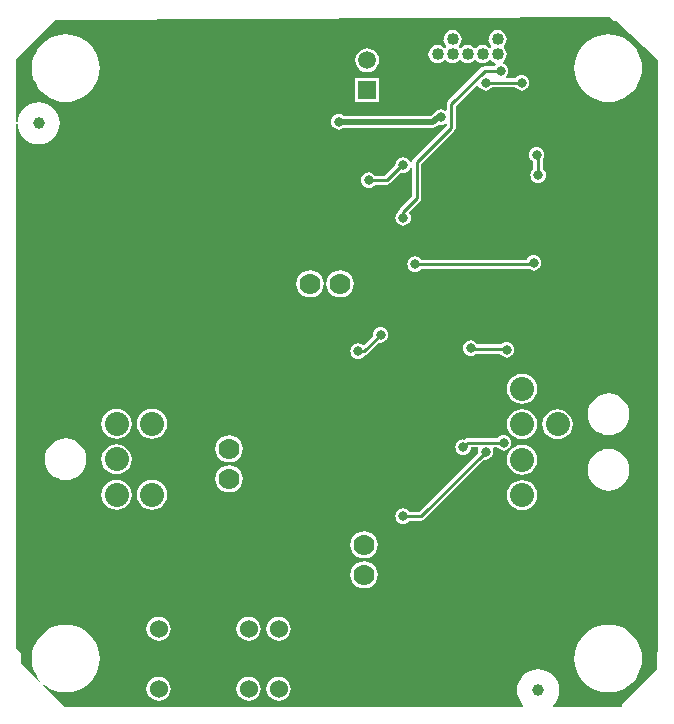
<source format=gbl>
G04*
G04 #@! TF.GenerationSoftware,Altium Limited,Altium Designer,19.0.10 (269)*
G04*
G04 Layer_Physical_Order=2*
G04 Layer_Color=16711680*
%FSLAX25Y25*%
%MOIN*%
G70*
G01*
G75*
%ADD11C,0.01000*%
%ADD57C,0.03937*%
%ADD59C,0.02000*%
%ADD60C,0.07000*%
%ADD61C,0.08000*%
%ADD62C,0.04000*%
%ADD63R,0.05906X0.05906*%
%ADD64C,0.05906*%
%ADD65C,0.06000*%
%ADD66C,0.03150*%
G36*
X572866Y429134D02*
X573500D01*
X587500Y416000D01*
X587500Y219237D01*
X587000Y218737D01*
Y213000D01*
X575500Y201500D01*
Y200500D01*
X552574D01*
X552406Y200971D01*
X552474Y201026D01*
X553348Y202092D01*
X553998Y203308D01*
X554399Y204628D01*
X554534Y206000D01*
X554399Y207372D01*
X553998Y208692D01*
X553348Y209908D01*
X552474Y210974D01*
X551408Y211848D01*
X550192Y212498D01*
X548872Y212899D01*
X547500Y213034D01*
X546128Y212899D01*
X544808Y212498D01*
X543592Y211848D01*
X542526Y210974D01*
X541652Y209908D01*
X541002Y208692D01*
X540601Y207372D01*
X540466Y206000D01*
X540601Y204628D01*
X541002Y203308D01*
X541652Y202092D01*
X542312Y201287D01*
X542526Y201026D01*
X542594Y200971D01*
X542425Y200500D01*
X389500D01*
X382370Y207630D01*
X382709Y207998D01*
X383402Y207406D01*
X384912Y206481D01*
X386548Y205803D01*
X388270Y205390D01*
X390035Y205251D01*
X391801Y205390D01*
X393523Y205803D01*
X395159Y206481D01*
X396669Y207406D01*
X398015Y208556D01*
X399165Y209902D01*
X400090Y211412D01*
X400768Y213048D01*
X401181Y214770D01*
X401320Y216535D01*
X401181Y218301D01*
X400768Y220023D01*
X400090Y221659D01*
X399165Y223168D01*
X398015Y224515D01*
X396669Y225665D01*
X395159Y226590D01*
X393523Y227268D01*
X391801Y227681D01*
X390035Y227820D01*
X388270Y227681D01*
X386548Y227268D01*
X384912Y226590D01*
X383402Y225665D01*
X382056Y224515D01*
X380906Y223168D01*
X379981Y221659D01*
X379303Y220023D01*
X378890Y218301D01*
X378751Y216535D01*
X378890Y214770D01*
X379303Y213048D01*
X379981Y211412D01*
X380906Y209902D01*
X381498Y209209D01*
X381130Y208870D01*
X375000Y215000D01*
Y218366D01*
X373500Y220067D01*
Y394632D01*
X374000Y394656D01*
X374101Y393628D01*
X374501Y392308D01*
X375151Y391092D01*
X376026Y390026D01*
D01*
X377092Y389152D01*
X378308Y388502D01*
X379628Y388101D01*
X381000Y387966D01*
X382372Y388101D01*
X383692Y388502D01*
X384908Y389152D01*
X385974Y390026D01*
X386848Y391092D01*
X387498Y392308D01*
X387899Y393628D01*
X388034Y395000D01*
X387899Y396372D01*
X387498Y397692D01*
X386848Y398908D01*
X385974Y399974D01*
X384908Y400848D01*
X383692Y401499D01*
X382372Y401899D01*
X381000Y402034D01*
X379628Y401899D01*
X378308Y401499D01*
X377092Y400848D01*
X376026Y399974D01*
X375500Y399332D01*
D01*
X375151Y398908D01*
X374501Y397692D01*
X374101Y396372D01*
X374000Y395344D01*
X373500Y395369D01*
Y416533D01*
X375000Y417933D01*
Y418000D01*
X386500Y429500D01*
X390035D01*
X571500Y430500D01*
X572866Y429134D01*
D02*
G37*
%LPC*%
G36*
X534000Y426026D02*
X533217Y425923D01*
X532487Y425621D01*
X531860Y425140D01*
X531380Y424513D01*
X531077Y423783D01*
X530974Y423000D01*
X531077Y422217D01*
X531380Y421487D01*
X531860Y420860D01*
X531885Y420841D01*
X531911Y420297D01*
X531703Y420089D01*
X531159Y420115D01*
X531140Y420140D01*
X530513Y420620D01*
X529783Y420923D01*
X529000Y421026D01*
X528217Y420923D01*
X527487Y420620D01*
X526860Y420140D01*
X526750Y419996D01*
X526250D01*
X526140Y420140D01*
X525513Y420620D01*
X524783Y420923D01*
X524000Y421026D01*
X523217Y420923D01*
X522487Y420620D01*
X521860Y420140D01*
X521750Y419996D01*
X521250D01*
X521140Y420140D01*
X520996Y420250D01*
Y420750D01*
X521140Y420860D01*
X521621Y421487D01*
X521923Y422217D01*
X522026Y423000D01*
X521923Y423783D01*
X521621Y424513D01*
X521140Y425140D01*
X520513Y425621D01*
X519783Y425923D01*
X519000Y426026D01*
X518217Y425923D01*
X517487Y425621D01*
X516860Y425140D01*
X516379Y424513D01*
X516077Y423783D01*
X515974Y423000D01*
X516077Y422217D01*
X516379Y421487D01*
X516860Y420860D01*
X516885Y420841D01*
X516911Y420297D01*
X516703Y420089D01*
X516159Y420115D01*
X516140Y420140D01*
X515513Y420620D01*
X514783Y420923D01*
X514000Y421026D01*
X513217Y420923D01*
X512487Y420620D01*
X511860Y420140D01*
X511379Y419513D01*
X511077Y418783D01*
X510974Y418000D01*
X511077Y417217D01*
X511379Y416487D01*
X511860Y415860D01*
X512487Y415379D01*
X513217Y415077D01*
X514000Y414974D01*
X514783Y415077D01*
X515513Y415379D01*
X516140Y415860D01*
X516250Y416004D01*
X516750D01*
X516860Y415860D01*
X517487Y415379D01*
X518217Y415077D01*
X519000Y414974D01*
X519783Y415077D01*
X520513Y415379D01*
X521140Y415860D01*
X521250Y416004D01*
X521750D01*
X521860Y415860D01*
X522487Y415379D01*
X523217Y415077D01*
X524000Y414974D01*
X524783Y415077D01*
X525513Y415379D01*
X526140Y415860D01*
X526250Y416004D01*
X526750D01*
X526860Y415860D01*
X527487Y415379D01*
X528217Y415077D01*
X529000Y414974D01*
X529783Y415077D01*
X530513Y415379D01*
X531140Y415860D01*
X531250Y416004D01*
X531750D01*
X531860Y415860D01*
X532487Y415379D01*
X533217Y415077D01*
X533294Y415067D01*
X533434Y414544D01*
X533164Y414336D01*
X532928Y414029D01*
X529652D01*
X529066Y413913D01*
X528570Y413581D01*
X517482Y402493D01*
X517150Y401997D01*
X517034Y401411D01*
Y399315D01*
X516534Y399069D01*
X516298Y399249D01*
X515672Y399509D01*
X515000Y399597D01*
X514328Y399509D01*
X513701Y399249D01*
X513164Y398836D01*
X513037Y398671D01*
X513000Y398664D01*
X512338Y398222D01*
X511655Y397539D01*
X482696D01*
X482422Y397749D01*
X481796Y398008D01*
X481124Y398097D01*
X480451Y398008D01*
X479825Y397749D01*
X479287Y397336D01*
X478874Y396798D01*
X478615Y396172D01*
X478527Y395500D01*
X478615Y394828D01*
X478874Y394201D01*
X479287Y393664D01*
X479825Y393251D01*
X480451Y392991D01*
X481124Y392903D01*
X481796Y392991D01*
X482422Y393251D01*
X482696Y393461D01*
X512500D01*
X513280Y393616D01*
X513942Y394058D01*
X514370Y394486D01*
X515000Y394403D01*
X515672Y394492D01*
X516298Y394751D01*
X516534Y394931D01*
X517034Y394685D01*
Y394197D01*
X505919Y383081D01*
X505587Y382585D01*
X505471Y382000D01*
Y381796D01*
X505009Y381672D01*
X504749Y382298D01*
X504336Y382836D01*
X503798Y383249D01*
X503172Y383508D01*
X502500Y383597D01*
X501828Y383508D01*
X501201Y383249D01*
X500664Y382836D01*
X500251Y382298D01*
X499992Y381672D01*
X499913Y381076D01*
X496367Y377529D01*
X493072D01*
X492836Y377836D01*
X492299Y378249D01*
X491672Y378508D01*
X491000Y378597D01*
X490328Y378508D01*
X489702Y378249D01*
X489164Y377836D01*
X488751Y377298D01*
X488491Y376672D01*
X488403Y376000D01*
X488491Y375328D01*
X488751Y374701D01*
X489164Y374164D01*
X489702Y373751D01*
X490328Y373492D01*
X491000Y373403D01*
X491672Y373492D01*
X492299Y373751D01*
X492836Y374164D01*
X493072Y374471D01*
X497000D01*
X497585Y374587D01*
X498081Y374919D01*
X501705Y378542D01*
X501828Y378491D01*
X502500Y378403D01*
X503172Y378491D01*
X503798Y378751D01*
X504336Y379164D01*
X504749Y379701D01*
X505009Y380328D01*
X505471Y380204D01*
Y370634D01*
X501333Y366496D01*
X501001Y366000D01*
X500906Y365523D01*
X500664Y365336D01*
X500251Y364798D01*
X499992Y364172D01*
X499903Y363500D01*
X499992Y362828D01*
X500251Y362201D01*
X500664Y361664D01*
X501201Y361251D01*
X501828Y360992D01*
X502500Y360903D01*
X503172Y360992D01*
X503798Y361251D01*
X504336Y361664D01*
X504749Y362201D01*
X505009Y362828D01*
X505097Y363500D01*
X505009Y364172D01*
X504749Y364798D01*
X504407Y365244D01*
X508081Y368919D01*
X508413Y369415D01*
X508529Y370000D01*
Y381366D01*
X519644Y392482D01*
X519976Y392978D01*
X520092Y393563D01*
Y400778D01*
X527030Y407715D01*
X527596Y407575D01*
X527751Y407201D01*
X528164Y406664D01*
X528701Y406251D01*
X529328Y405992D01*
X530000Y405903D01*
X530672Y405992D01*
X531298Y406251D01*
X531836Y406664D01*
X532072Y406971D01*
X539928D01*
X540164Y406664D01*
X540701Y406251D01*
X541328Y405992D01*
X542000Y405903D01*
X542672Y405992D01*
X543298Y406251D01*
X543836Y406664D01*
X544249Y407201D01*
X544509Y407828D01*
X544597Y408500D01*
X544509Y409172D01*
X544249Y409798D01*
X543836Y410336D01*
X543298Y410749D01*
X542672Y411009D01*
X542000Y411097D01*
X541328Y411009D01*
X540701Y410749D01*
X540164Y410336D01*
X539928Y410029D01*
X536831D01*
X536661Y410529D01*
X536836Y410664D01*
X537249Y411201D01*
X537508Y411828D01*
X537597Y412500D01*
X537508Y413172D01*
X537249Y413799D01*
X536836Y414336D01*
X536299Y414749D01*
X535767Y414969D01*
X535679Y415294D01*
X535685Y415511D01*
X536140Y415860D01*
X536621Y416487D01*
X536923Y417217D01*
X537026Y418000D01*
X536923Y418783D01*
X536621Y419513D01*
X536140Y420140D01*
X535996Y420250D01*
Y420750D01*
X536140Y420860D01*
X536621Y421487D01*
X536923Y422217D01*
X537026Y423000D01*
X536923Y423783D01*
X536621Y424513D01*
X536140Y425140D01*
X535513Y425621D01*
X534783Y425923D01*
X534000Y426026D01*
D02*
G37*
G36*
X490500Y419987D02*
X489468Y419851D01*
X488507Y419453D01*
X487681Y418819D01*
X487047Y417993D01*
X486649Y417032D01*
X486513Y416000D01*
X486649Y414968D01*
X487047Y414007D01*
X487681Y413181D01*
X488507Y412547D01*
X489468Y412149D01*
X490500Y412013D01*
X491532Y412149D01*
X492493Y412547D01*
X493319Y413181D01*
X493953Y414007D01*
X494351Y414968D01*
X494487Y416000D01*
X494351Y417032D01*
X493953Y417993D01*
X493319Y418819D01*
X492493Y419453D01*
X491532Y419851D01*
X490500Y419987D01*
D02*
G37*
G36*
X570866Y424671D02*
X569101Y424532D01*
X567379Y424118D01*
X565743Y423441D01*
X564233Y422515D01*
X562887Y421365D01*
X561736Y420019D01*
X560811Y418509D01*
X560134Y416873D01*
X559720Y415151D01*
X559581Y413386D01*
X559720Y411621D01*
X560134Y409899D01*
X560811Y408263D01*
X561736Y406753D01*
X562887Y405406D01*
X564233Y404256D01*
X565743Y403331D01*
X567379Y402653D01*
X569101Y402240D01*
X570866Y402101D01*
X572632Y402240D01*
X574353Y402653D01*
X575989Y403331D01*
X577499Y404256D01*
X578846Y405406D01*
X579996Y406753D01*
X580921Y408263D01*
X581599Y409899D01*
X582012Y411621D01*
X582151Y413386D01*
X582012Y415151D01*
X581599Y416873D01*
X580921Y418509D01*
X579996Y420019D01*
X578846Y421365D01*
X577499Y422515D01*
X575989Y423441D01*
X574353Y424118D01*
X572632Y424532D01*
X570866Y424671D01*
D02*
G37*
G36*
X390035D02*
X388270Y424532D01*
X386548Y424118D01*
X384912Y423441D01*
X383402Y422515D01*
X382056Y421365D01*
X380906Y420019D01*
X379981Y418509D01*
X379303Y416873D01*
X378890Y415151D01*
X378751Y413386D01*
X378890Y411621D01*
X379303Y409899D01*
X379981Y408263D01*
X380906Y406753D01*
X382056Y405406D01*
X383402Y404256D01*
X384912Y403331D01*
X386548Y402653D01*
X388270Y402240D01*
X390035Y402101D01*
X391801Y402240D01*
X393523Y402653D01*
X395159Y403331D01*
X396669Y404256D01*
X398015Y405406D01*
X399165Y406753D01*
X400090Y408263D01*
X400768Y409899D01*
X401181Y411621D01*
X401320Y413386D01*
X401181Y415151D01*
X400768Y416873D01*
X400090Y418509D01*
X399165Y420019D01*
X398015Y421365D01*
X396669Y422515D01*
X395159Y423441D01*
X393523Y424118D01*
X391801Y424532D01*
X390035Y424671D01*
D02*
G37*
G36*
X494453Y409953D02*
X486547D01*
Y402047D01*
X494453D01*
Y409953D01*
D02*
G37*
G36*
X547000Y387097D02*
X546328Y387009D01*
X545702Y386749D01*
X545164Y386336D01*
X544751Y385799D01*
X544491Y385172D01*
X544403Y384500D01*
X544491Y383828D01*
X544751Y383202D01*
X545164Y382664D01*
X545702Y382251D01*
X545971Y382139D01*
Y379696D01*
X545664Y379460D01*
X545251Y378922D01*
X544991Y378296D01*
X544903Y377624D01*
X544991Y376952D01*
X545251Y376325D01*
X545664Y375787D01*
X546202Y375375D01*
X546828Y375115D01*
X547500Y375027D01*
X548172Y375115D01*
X548799Y375375D01*
X549336Y375787D01*
X549749Y376325D01*
X550008Y376952D01*
X550097Y377624D01*
X550008Y378296D01*
X549749Y378922D01*
X549336Y379460D01*
X549029Y379696D01*
Y382915D01*
X549249Y383202D01*
X549508Y383828D01*
X549597Y384500D01*
X549508Y385172D01*
X549249Y385799D01*
X548836Y386336D01*
X548299Y386749D01*
X547672Y387009D01*
X547000Y387097D01*
D02*
G37*
G36*
X546000Y351097D02*
X545328Y351009D01*
X544701Y350749D01*
X544164Y350336D01*
X543751Y349798D01*
X543639Y349529D01*
X508572D01*
X508336Y349836D01*
X507798Y350249D01*
X507172Y350508D01*
X506500Y350597D01*
X505828Y350508D01*
X505201Y350249D01*
X504664Y349836D01*
X504251Y349299D01*
X503992Y348672D01*
X503903Y348000D01*
X503992Y347328D01*
X504251Y346702D01*
X504664Y346164D01*
X505201Y345751D01*
X505828Y345492D01*
X506500Y345403D01*
X507172Y345492D01*
X507798Y345751D01*
X508336Y346164D01*
X508572Y346471D01*
X544415D01*
X544701Y346251D01*
X545328Y345991D01*
X546000Y345903D01*
X546672Y345991D01*
X547298Y346251D01*
X547836Y346664D01*
X548249Y347201D01*
X548509Y347828D01*
X548597Y348500D01*
X548509Y349172D01*
X548249Y349798D01*
X547836Y350336D01*
X547298Y350749D01*
X546672Y351009D01*
X546000Y351097D01*
D02*
G37*
G36*
X481500Y346039D02*
X480325Y345884D01*
X479231Y345431D01*
X478291Y344709D01*
X477569Y343769D01*
X477116Y342675D01*
X476961Y341500D01*
X477116Y340325D01*
X477569Y339231D01*
X478291Y338291D01*
X479231Y337569D01*
X480325Y337116D01*
X481500Y336961D01*
X482675Y337116D01*
X483769Y337569D01*
X484709Y338291D01*
X485431Y339231D01*
X485884Y340325D01*
X486039Y341500D01*
X485884Y342675D01*
X485431Y343769D01*
X484709Y344709D01*
X483769Y345431D01*
X482675Y345884D01*
X481500Y346039D01*
D02*
G37*
G36*
X471500D02*
X470325Y345884D01*
X469231Y345431D01*
X468291Y344709D01*
X467569Y343769D01*
X467116Y342675D01*
X466961Y341500D01*
X467116Y340325D01*
X467569Y339231D01*
X468291Y338291D01*
X469231Y337569D01*
X470325Y337116D01*
X471500Y336961D01*
X472675Y337116D01*
X473769Y337569D01*
X474709Y338291D01*
X475431Y339231D01*
X475884Y340325D01*
X476039Y341500D01*
X475884Y342675D01*
X475431Y343769D01*
X474709Y344709D01*
X473769Y345431D01*
X472675Y345884D01*
X471500Y346039D01*
D02*
G37*
G36*
X495000Y327097D02*
X494328Y327009D01*
X493702Y326749D01*
X493164Y326336D01*
X492751Y325799D01*
X492491Y325172D01*
X492403Y324500D01*
X492453Y324116D01*
X489244Y320907D01*
X488799Y321249D01*
X488172Y321509D01*
X487500Y321597D01*
X486828Y321509D01*
X486201Y321249D01*
X485664Y320836D01*
X485251Y320299D01*
X484991Y319672D01*
X484903Y319000D01*
X484991Y318328D01*
X485251Y317702D01*
X485664Y317164D01*
X486201Y316751D01*
X486828Y316492D01*
X487500Y316403D01*
X488172Y316492D01*
X488799Y316751D01*
X489336Y317164D01*
X489585Y317488D01*
X490085Y317587D01*
X490582Y317919D01*
X494616Y321954D01*
X495000Y321903D01*
X495672Y321991D01*
X496299Y322251D01*
X496836Y322664D01*
X497249Y323201D01*
X497508Y323828D01*
X497597Y324500D01*
X497508Y325172D01*
X497249Y325799D01*
X496836Y326336D01*
X496299Y326749D01*
X495672Y327009D01*
X495000Y327097D01*
D02*
G37*
G36*
X525000Y322597D02*
X524328Y322509D01*
X523701Y322249D01*
X523164Y321836D01*
X522751Y321299D01*
X522492Y320672D01*
X522403Y320000D01*
X522492Y319328D01*
X522751Y318702D01*
X523164Y318164D01*
X523701Y317751D01*
X524328Y317492D01*
X525000Y317403D01*
X525672Y317492D01*
X526299Y317751D01*
X526836Y318164D01*
X526880Y318221D01*
X534743D01*
X534751Y318201D01*
X535164Y317664D01*
X535702Y317251D01*
X536328Y316991D01*
X537000Y316903D01*
X537672Y316991D01*
X538299Y317251D01*
X538836Y317664D01*
X539249Y318201D01*
X539508Y318828D01*
X539597Y319500D01*
X539508Y320172D01*
X539249Y320798D01*
X538836Y321336D01*
X538299Y321749D01*
X537672Y322008D01*
X537000Y322097D01*
X536328Y322008D01*
X535702Y321749D01*
X535164Y321336D01*
X535120Y321279D01*
X527257D01*
X527249Y321299D01*
X526836Y321836D01*
X526299Y322249D01*
X525672Y322509D01*
X525000Y322597D01*
D02*
G37*
G36*
X542181Y311508D02*
X540876Y311336D01*
X539660Y310832D01*
X538615Y310031D01*
X537814Y308986D01*
X537310Y307770D01*
X537138Y306465D01*
X537310Y305159D01*
X537814Y303943D01*
X538615Y302899D01*
X539660Y302097D01*
X540876Y301593D01*
X542181Y301421D01*
X543486Y301593D01*
X544703Y302097D01*
X545747Y302899D01*
X546549Y303943D01*
X547052Y305159D01*
X547224Y306465D01*
X547052Y307770D01*
X546549Y308986D01*
X545747Y310031D01*
X544703Y310832D01*
X543486Y311336D01*
X542181Y311508D01*
D02*
G37*
G36*
X571000Y304939D02*
X569646Y304806D01*
X568345Y304411D01*
X567145Y303769D01*
X566093Y302907D01*
X565231Y301855D01*
X564589Y300655D01*
X564194Y299354D01*
X564061Y298000D01*
X564194Y296646D01*
X564589Y295345D01*
X565231Y294145D01*
X566093Y293093D01*
X567145Y292231D01*
X568345Y291589D01*
X569646Y291194D01*
X571000Y291061D01*
X572354Y291194D01*
X573655Y291589D01*
X574855Y292231D01*
X575907Y293093D01*
X576769Y294145D01*
X577411Y295345D01*
X577806Y296646D01*
X577939Y298000D01*
X577806Y299354D01*
X577411Y300655D01*
X576769Y301855D01*
X575907Y302907D01*
X574855Y303769D01*
X573655Y304411D01*
X572354Y304806D01*
X571000Y304939D01*
D02*
G37*
G36*
X418819Y299854D02*
X417514Y299682D01*
X416297Y299179D01*
X415253Y298377D01*
X414451Y297333D01*
X413948Y296116D01*
X413776Y294811D01*
X413948Y293506D01*
X414451Y292289D01*
X415253Y291245D01*
X416297Y290443D01*
X417514Y289940D01*
X418819Y289768D01*
X420124Y289940D01*
X421341Y290443D01*
X422385Y291245D01*
X423186Y292289D01*
X423690Y293506D01*
X423862Y294811D01*
X423690Y296116D01*
X423186Y297333D01*
X422385Y298377D01*
X421341Y299179D01*
X420124Y299682D01*
X418819Y299854D01*
D02*
G37*
G36*
X407000D02*
X405695Y299682D01*
X404478Y299179D01*
X403434Y298377D01*
X402633Y297333D01*
X402129Y296116D01*
X401957Y294811D01*
X402129Y293506D01*
X402633Y292289D01*
X403434Y291245D01*
X404478Y290443D01*
X405695Y289940D01*
X407000Y289768D01*
X408305Y289940D01*
X409522Y290443D01*
X410566Y291245D01*
X411368Y292289D01*
X411871Y293506D01*
X412043Y294811D01*
X411871Y296116D01*
X411368Y297333D01*
X410566Y298377D01*
X409522Y299179D01*
X408305Y299682D01*
X407000Y299854D01*
D02*
G37*
G36*
X554000Y299697D02*
X552695Y299525D01*
X551478Y299021D01*
X550434Y298220D01*
X549633Y297175D01*
X549129Y295959D01*
X548957Y294654D01*
X549129Y293348D01*
X549633Y292132D01*
X550434Y291088D01*
X551478Y290286D01*
X552695Y289782D01*
X554000Y289610D01*
X555305Y289782D01*
X556522Y290286D01*
X557566Y291088D01*
X558367Y292132D01*
X558871Y293348D01*
X559043Y294654D01*
X558871Y295959D01*
X558367Y297175D01*
X557566Y298220D01*
X556522Y299021D01*
X555305Y299525D01*
X554000Y299697D01*
D02*
G37*
G36*
X542181D02*
X540876Y299525D01*
X539660Y299021D01*
X538615Y298220D01*
X537814Y297175D01*
X537310Y295959D01*
X537138Y294654D01*
X537310Y293348D01*
X537814Y292132D01*
X538615Y291088D01*
X539660Y290286D01*
X540876Y289782D01*
X542181Y289610D01*
X543486Y289782D01*
X544703Y290286D01*
X545747Y291088D01*
X546549Y292132D01*
X547052Y293348D01*
X547224Y294654D01*
X547052Y295959D01*
X546549Y297175D01*
X545747Y298220D01*
X544703Y299021D01*
X543486Y299525D01*
X542181Y299697D01*
D02*
G37*
G36*
X536000Y291097D02*
X535328Y291008D01*
X534701Y290749D01*
X534164Y290336D01*
X533986Y290104D01*
X524075D01*
X523490Y289988D01*
X522993Y289656D01*
X522884Y289546D01*
X522500Y289597D01*
X521828Y289509D01*
X521202Y289249D01*
X520664Y288836D01*
X520251Y288299D01*
X519991Y287672D01*
X519903Y287000D01*
X519991Y286328D01*
X520251Y285701D01*
X520664Y285164D01*
X521202Y284751D01*
X521828Y284491D01*
X522500Y284403D01*
X523172Y284491D01*
X523799Y284751D01*
X524336Y285164D01*
X524749Y285701D01*
X525008Y286328D01*
X525097Y287000D01*
X525137Y287045D01*
X527345D01*
X527646Y286545D01*
X527492Y286172D01*
X527403Y285500D01*
X527454Y285116D01*
X507866Y265529D01*
X504572D01*
X504336Y265836D01*
X503798Y266249D01*
X503172Y266509D01*
X502500Y266597D01*
X501828Y266509D01*
X501201Y266249D01*
X500664Y265836D01*
X500251Y265299D01*
X499992Y264672D01*
X499903Y264000D01*
X499992Y263328D01*
X500251Y262702D01*
X500664Y262164D01*
X501201Y261751D01*
X501828Y261491D01*
X502500Y261403D01*
X503172Y261491D01*
X503798Y261751D01*
X504336Y262164D01*
X504572Y262471D01*
X508500D01*
X509085Y262587D01*
X509581Y262919D01*
X529616Y282954D01*
X530000Y282903D01*
X530672Y282992D01*
X531298Y283251D01*
X531836Y283664D01*
X532249Y284202D01*
X532509Y284828D01*
X532597Y285500D01*
X532509Y286172D01*
X532354Y286545D01*
X532655Y287045D01*
X533871D01*
X534164Y286664D01*
X534701Y286251D01*
X535328Y285992D01*
X536000Y285903D01*
X536672Y285992D01*
X537298Y286251D01*
X537836Y286664D01*
X538249Y287201D01*
X538509Y287828D01*
X538597Y288500D01*
X538509Y289172D01*
X538249Y289798D01*
X537836Y290336D01*
X537298Y290749D01*
X536672Y291008D01*
X536000Y291097D01*
D02*
G37*
G36*
X444500Y291039D02*
X443325Y290884D01*
X442231Y290431D01*
X441291Y289709D01*
X440569Y288769D01*
X440116Y287675D01*
X439961Y286500D01*
X440116Y285325D01*
X440569Y284231D01*
X441291Y283291D01*
X442231Y282569D01*
X443325Y282116D01*
X444500Y281961D01*
X445675Y282116D01*
X446769Y282569D01*
X447709Y283291D01*
X448431Y284231D01*
X448884Y285325D01*
X449039Y286500D01*
X448884Y287675D01*
X448431Y288769D01*
X447709Y289709D01*
X446769Y290431D01*
X445675Y290884D01*
X444500Y291039D01*
D02*
G37*
G36*
X407000Y288043D02*
X405695Y287871D01*
X404478Y287368D01*
X403434Y286566D01*
X402633Y285522D01*
X402129Y284305D01*
X401957Y283000D01*
X402129Y281695D01*
X402633Y280478D01*
X403434Y279434D01*
X404478Y278632D01*
X405695Y278129D01*
X407000Y277957D01*
X408305Y278129D01*
X409522Y278632D01*
X410566Y279434D01*
X411368Y280478D01*
X411871Y281695D01*
X412043Y283000D01*
X411871Y284305D01*
X411368Y285522D01*
X410566Y286566D01*
X409522Y287368D01*
X408305Y287871D01*
X407000Y288043D01*
D02*
G37*
G36*
X542181Y287886D02*
X540876Y287714D01*
X539660Y287210D01*
X538615Y286409D01*
X537814Y285364D01*
X537310Y284148D01*
X537138Y282842D01*
X537310Y281537D01*
X537814Y280321D01*
X538615Y279276D01*
X539660Y278475D01*
X540876Y277971D01*
X542181Y277799D01*
X543486Y277971D01*
X544703Y278475D01*
X545747Y279276D01*
X546549Y280321D01*
X547052Y281537D01*
X547224Y282842D01*
X547052Y284148D01*
X546549Y285364D01*
X545747Y286409D01*
X544703Y287210D01*
X543486Y287714D01*
X542181Y287886D01*
D02*
G37*
G36*
X390000Y289939D02*
X388646Y289806D01*
X387345Y289411D01*
X386145Y288770D01*
X385093Y287907D01*
X384230Y286855D01*
X383589Y285655D01*
X383194Y284354D01*
X383061Y283000D01*
X383194Y281646D01*
X383589Y280345D01*
X384230Y279145D01*
X385093Y278093D01*
X386145Y277231D01*
X387345Y276589D01*
X388646Y276194D01*
X390000Y276061D01*
X391354Y276194D01*
X392655Y276589D01*
X393855Y277231D01*
X394907Y278093D01*
X395770Y279145D01*
X396411Y280345D01*
X396806Y281646D01*
X396939Y283000D01*
X396806Y284354D01*
X396411Y285655D01*
X395770Y286855D01*
X394907Y287907D01*
X393855Y288770D01*
X392655Y289411D01*
X391354Y289806D01*
X390000Y289939D01*
D02*
G37*
G36*
X571000Y286435D02*
X569646Y286302D01*
X568345Y285907D01*
X567145Y285266D01*
X566093Y284403D01*
X565231Y283351D01*
X564589Y282152D01*
X564194Y280850D01*
X564061Y279496D01*
X564194Y278142D01*
X564589Y276841D01*
X565231Y275641D01*
X566093Y274589D01*
X567145Y273727D01*
X568345Y273085D01*
X569646Y272691D01*
X571000Y272557D01*
X572354Y272691D01*
X573655Y273085D01*
X574855Y273727D01*
X575907Y274589D01*
X576769Y275641D01*
X577411Y276841D01*
X577806Y278142D01*
X577939Y279496D01*
X577806Y280850D01*
X577411Y282152D01*
X576769Y283351D01*
X575907Y284403D01*
X574855Y285266D01*
X573655Y285907D01*
X572354Y286302D01*
X571000Y286435D01*
D02*
G37*
G36*
X444500Y281039D02*
X443325Y280884D01*
X442231Y280431D01*
X441291Y279709D01*
X440569Y278769D01*
X440116Y277675D01*
X439961Y276500D01*
X440116Y275325D01*
X440569Y274231D01*
X441291Y273291D01*
X442231Y272569D01*
X443325Y272116D01*
X444500Y271961D01*
X445675Y272116D01*
X446769Y272569D01*
X447709Y273291D01*
X448431Y274231D01*
X448884Y275325D01*
X449039Y276500D01*
X448884Y277675D01*
X448431Y278769D01*
X447709Y279709D01*
X446769Y280431D01*
X445675Y280884D01*
X444500Y281039D01*
D02*
G37*
G36*
X418819Y276232D02*
X417514Y276060D01*
X416297Y275556D01*
X415253Y274755D01*
X414451Y273711D01*
X413948Y272494D01*
X413776Y271189D01*
X413948Y269884D01*
X414451Y268667D01*
X415253Y267623D01*
X416297Y266822D01*
X417514Y266318D01*
X418819Y266146D01*
X420124Y266318D01*
X421341Y266822D01*
X422385Y267623D01*
X423186Y268667D01*
X423690Y269884D01*
X423862Y271189D01*
X423690Y272494D01*
X423186Y273711D01*
X422385Y274755D01*
X421341Y275556D01*
X420124Y276060D01*
X418819Y276232D01*
D02*
G37*
G36*
X407000D02*
X405695Y276060D01*
X404478Y275556D01*
X403434Y274755D01*
X402633Y273711D01*
X402129Y272494D01*
X401957Y271189D01*
X402129Y269884D01*
X402633Y268667D01*
X403434Y267623D01*
X404478Y266822D01*
X405695Y266318D01*
X407000Y266146D01*
X408305Y266318D01*
X409522Y266822D01*
X410566Y267623D01*
X411368Y268667D01*
X411871Y269884D01*
X412043Y271189D01*
X411871Y272494D01*
X411368Y273711D01*
X410566Y274755D01*
X409522Y275556D01*
X408305Y276060D01*
X407000Y276232D01*
D02*
G37*
G36*
X542181Y276075D02*
X540876Y275903D01*
X539660Y275399D01*
X538615Y274598D01*
X537814Y273553D01*
X537310Y272337D01*
X537138Y271031D01*
X537310Y269726D01*
X537814Y268510D01*
X538615Y267465D01*
X539660Y266664D01*
X540876Y266160D01*
X542181Y265988D01*
X543486Y266160D01*
X544703Y266664D01*
X545747Y267465D01*
X546549Y268510D01*
X547052Y269726D01*
X547224Y271031D01*
X547052Y272337D01*
X546549Y273553D01*
X545747Y274598D01*
X544703Y275399D01*
X543486Y275903D01*
X542181Y276075D01*
D02*
G37*
G36*
X489500Y259039D02*
X488325Y258884D01*
X487231Y258431D01*
X486291Y257709D01*
X485569Y256769D01*
X485116Y255675D01*
X484961Y254500D01*
X485116Y253325D01*
X485569Y252231D01*
X486291Y251291D01*
X487231Y250569D01*
X488325Y250116D01*
X489500Y249961D01*
X490675Y250116D01*
X491769Y250569D01*
X492709Y251291D01*
X493431Y252231D01*
X493884Y253325D01*
X494039Y254500D01*
X493884Y255675D01*
X493431Y256769D01*
X492709Y257709D01*
X491769Y258431D01*
X490675Y258884D01*
X489500Y259039D01*
D02*
G37*
G36*
Y249039D02*
X488325Y248884D01*
X487231Y248431D01*
X486291Y247709D01*
X485569Y246769D01*
X485116Y245675D01*
X484961Y244500D01*
X485116Y243325D01*
X485569Y242231D01*
X486291Y241291D01*
X487231Y240569D01*
X488325Y240116D01*
X489500Y239961D01*
X490675Y240116D01*
X491769Y240569D01*
X492709Y241291D01*
X493431Y242231D01*
X493884Y243325D01*
X494039Y244500D01*
X493884Y245675D01*
X493431Y246769D01*
X492709Y247709D01*
X491769Y248431D01*
X490675Y248884D01*
X489500Y249039D01*
D02*
G37*
G36*
X461000Y230535D02*
X459956Y230397D01*
X458983Y229994D01*
X458147Y229353D01*
X457506Y228517D01*
X457103Y227544D01*
X456965Y226500D01*
X457103Y225456D01*
X457506Y224483D01*
X458147Y223647D01*
X458983Y223006D01*
X459956Y222603D01*
X461000Y222465D01*
X462044Y222603D01*
X463017Y223006D01*
X463853Y223647D01*
X464494Y224483D01*
X464897Y225456D01*
X465034Y226500D01*
X464897Y227544D01*
X464494Y228517D01*
X463853Y229353D01*
X463017Y229994D01*
X462044Y230397D01*
X461000Y230535D01*
D02*
G37*
G36*
X451000D02*
X449956Y230397D01*
X448983Y229994D01*
X448147Y229353D01*
X447506Y228517D01*
X447103Y227544D01*
X446966Y226500D01*
X447103Y225456D01*
X447506Y224483D01*
X448147Y223647D01*
X448983Y223006D01*
X449956Y222603D01*
X451000Y222465D01*
X452044Y222603D01*
X453017Y223006D01*
X453853Y223647D01*
X454494Y224483D01*
X454897Y225456D01*
X455034Y226500D01*
X454897Y227544D01*
X454494Y228517D01*
X453853Y229353D01*
X453017Y229994D01*
X452044Y230397D01*
X451000Y230535D01*
D02*
G37*
G36*
X421000D02*
X419956Y230397D01*
X418983Y229994D01*
X418147Y229353D01*
X417506Y228517D01*
X417103Y227544D01*
X416965Y226500D01*
X417103Y225456D01*
X417506Y224483D01*
X418147Y223647D01*
X418983Y223006D01*
X419956Y222603D01*
X421000Y222465D01*
X422044Y222603D01*
X423017Y223006D01*
X423853Y223647D01*
X424494Y224483D01*
X424897Y225456D01*
X425035Y226500D01*
X424897Y227544D01*
X424494Y228517D01*
X423853Y229353D01*
X423017Y229994D01*
X422044Y230397D01*
X421000Y230535D01*
D02*
G37*
G36*
X570866Y227820D02*
X569101Y227681D01*
X567379Y227268D01*
X565743Y226590D01*
X564233Y225665D01*
X562887Y224515D01*
X561736Y223168D01*
X560811Y221659D01*
X560134Y220023D01*
X559720Y218301D01*
X559581Y216535D01*
X559720Y214770D01*
X560134Y213048D01*
X560811Y211412D01*
X561736Y209902D01*
X562887Y208556D01*
X564233Y207406D01*
X565743Y206481D01*
X567379Y205803D01*
X569101Y205390D01*
X570866Y205251D01*
X572632Y205390D01*
X573080Y205497D01*
X574353Y205803D01*
X575989Y206481D01*
X577499Y207406D01*
X578846Y208556D01*
X579996Y209902D01*
X580921Y211412D01*
X581599Y213048D01*
X582012Y214770D01*
X582151Y216535D01*
X582012Y218301D01*
X581599Y220023D01*
X580921Y221659D01*
X579996Y223168D01*
X578846Y224515D01*
X577499Y225665D01*
X575989Y226590D01*
X574353Y227268D01*
X572632Y227681D01*
X570866Y227820D01*
D02*
G37*
G36*
X461000Y210535D02*
X459956Y210397D01*
X458983Y209994D01*
X458147Y209353D01*
X457506Y208517D01*
X457103Y207544D01*
X456965Y206500D01*
X457103Y205456D01*
X457506Y204483D01*
X458147Y203647D01*
X458983Y203006D01*
X459956Y202603D01*
X461000Y202466D01*
X462044Y202603D01*
X463017Y203006D01*
X463853Y203647D01*
X464494Y204483D01*
X464897Y205456D01*
X465034Y206500D01*
X464897Y207544D01*
X464494Y208517D01*
X463853Y209353D01*
X463017Y209994D01*
X462044Y210397D01*
X461000Y210535D01*
D02*
G37*
G36*
X451000D02*
X449956Y210397D01*
X448983Y209994D01*
X448147Y209353D01*
X447506Y208517D01*
X447103Y207544D01*
X446966Y206500D01*
X447103Y205456D01*
X447506Y204483D01*
X448147Y203647D01*
X448983Y203006D01*
X449956Y202603D01*
X451000Y202466D01*
X452044Y202603D01*
X453017Y203006D01*
X453853Y203647D01*
X454494Y204483D01*
X454897Y205456D01*
X455034Y206500D01*
X454897Y207544D01*
X454494Y208517D01*
X453853Y209353D01*
X453017Y209994D01*
X452044Y210397D01*
X451000Y210535D01*
D02*
G37*
G36*
X421000D02*
X419956Y210397D01*
X418983Y209994D01*
X418147Y209353D01*
X417506Y208517D01*
X417103Y207544D01*
X416965Y206500D01*
X417103Y205456D01*
X417506Y204483D01*
X418147Y203647D01*
X418983Y203006D01*
X419956Y202603D01*
X421000Y202466D01*
X422044Y202603D01*
X423017Y203006D01*
X423853Y203647D01*
X424494Y204483D01*
X424897Y205456D01*
X425035Y206500D01*
X424897Y207544D01*
X424494Y208517D01*
X423853Y209353D01*
X423017Y209994D01*
X422044Y210397D01*
X421000Y210535D01*
D02*
G37*
%LPD*%
D11*
X529652Y412500D02*
X535000D01*
X518563Y401411D02*
X529652Y412500D01*
X547500Y377624D02*
Y384000D01*
X547000Y384500D02*
X547500Y384000D01*
X545500Y348000D02*
X546000Y348500D01*
X506500Y348000D02*
X545500D01*
X524075Y288575D02*
X535925D01*
X522500Y287000D02*
X524075Y288575D01*
X535925D02*
X536000Y288500D01*
X508500Y264000D02*
X530000Y285500D01*
X502500Y264000D02*
X508500D01*
X502414Y363586D02*
Y365414D01*
Y363586D02*
X502500Y363500D01*
X502414Y365414D02*
X507000Y370000D01*
Y382000D01*
X518563Y393563D01*
Y401411D01*
X491000Y376000D02*
X497000D01*
X502000Y381000D01*
X502500D01*
X530000Y408500D02*
X542000D01*
X536750Y319750D02*
X537000Y319500D01*
X525250Y319750D02*
X536750D01*
X525000Y320000D02*
X525250Y319750D01*
X489500Y319000D02*
X495000Y324500D01*
X487500Y319000D02*
X489500D01*
D57*
X547500Y206000D02*
D03*
X381000Y395000D02*
D03*
D59*
X512500Y395500D02*
X513780Y396780D01*
X514780D01*
X515000Y397000D01*
X481124Y395500D02*
X512500D01*
D60*
X481500Y341500D02*
D03*
X471500D02*
D03*
X444500Y276500D02*
D03*
Y286500D02*
D03*
X489500Y244500D02*
D03*
Y254500D02*
D03*
D61*
X542181Y271031D02*
D03*
X554000D02*
D03*
X542181Y306465D02*
D03*
X554000D02*
D03*
Y294654D02*
D03*
Y282842D02*
D03*
X542181Y294654D02*
D03*
Y282842D02*
D03*
X407000Y294811D02*
D03*
X418819D02*
D03*
Y283000D02*
D03*
Y271189D02*
D03*
X407000Y283000D02*
D03*
Y271189D02*
D03*
D62*
X524000Y418000D02*
D03*
Y423000D02*
D03*
X529000D02*
D03*
Y418000D02*
D03*
X534000D02*
D03*
Y423000D02*
D03*
X519000D02*
D03*
Y418000D02*
D03*
X514000D02*
D03*
Y423000D02*
D03*
D63*
X490500Y406000D02*
D03*
D64*
Y416000D02*
D03*
Y426000D02*
D03*
D65*
X421000Y226500D02*
D03*
Y206500D02*
D03*
X451000Y226500D02*
D03*
Y206500D02*
D03*
X461000Y226500D02*
D03*
Y206500D02*
D03*
D66*
X535000Y412500D02*
D03*
X547500Y377624D02*
D03*
X552500D02*
D03*
X546000Y348500D02*
D03*
X536000Y288500D02*
D03*
X517000Y249500D02*
D03*
X554500Y321500D02*
D03*
X509000Y271000D02*
D03*
X516000Y286500D02*
D03*
X502500Y264000D02*
D03*
Y363500D02*
D03*
X515000Y397000D02*
D03*
X481124Y395500D02*
D03*
X542000Y408500D02*
D03*
X530000D02*
D03*
X502500Y381000D02*
D03*
X491000Y376000D02*
D03*
X547000Y384500D02*
D03*
X506500Y348000D02*
D03*
X525000Y320000D02*
D03*
X487500Y319000D02*
D03*
X495000Y324500D02*
D03*
X547500Y367000D02*
D03*
X522500Y287000D02*
D03*
X521000Y390500D02*
D03*
X537000Y319500D02*
D03*
X530000Y285500D02*
D03*
X535000Y328500D02*
D03*
X462500Y361000D02*
D03*
X459000Y365500D02*
D03*
Y357500D02*
D03*
X462500Y365000D02*
D03*
X538000Y397500D02*
D03*
Y391000D02*
D03*
X459000Y361500D02*
D03*
Y369500D02*
D03*
Y373000D02*
D03*
X462500Y369000D02*
D03*
M02*

</source>
